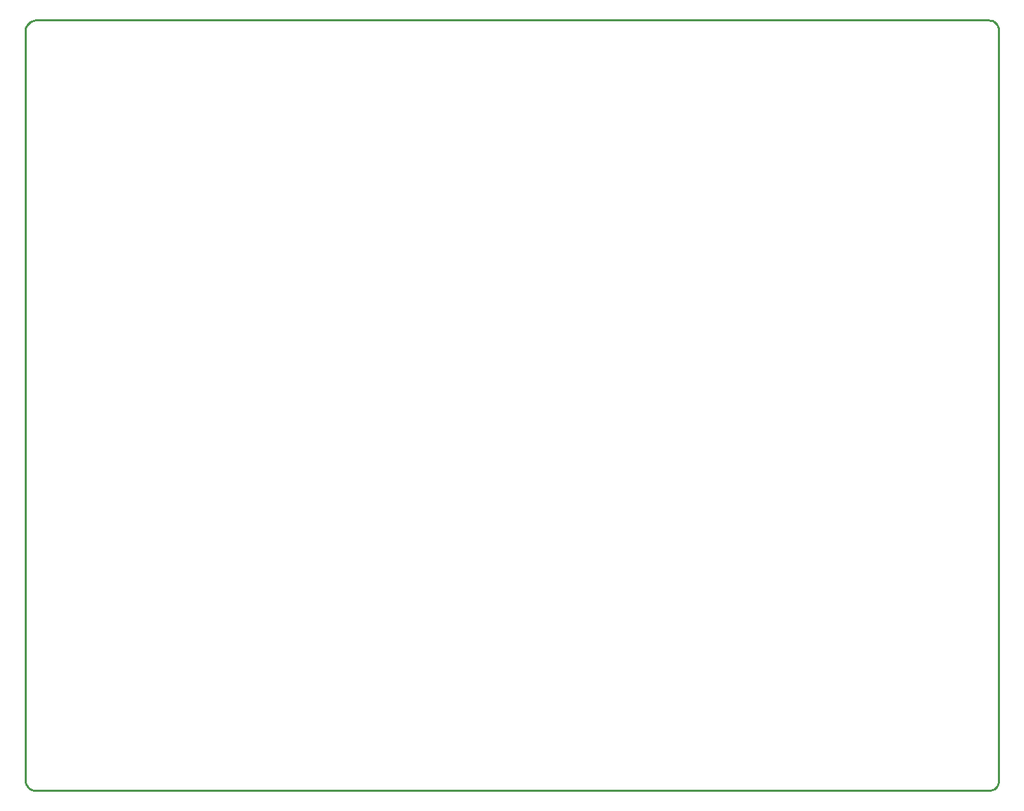
<source format=gko>
%FSLAX44Y44*%
%MOMM*%
G71*
G01*
G75*
G04 Layer_Color=16711935*
%ADD10R,2.1500X3.5000*%
%ADD11R,2.1500X1.1000*%
%ADD12R,2.1500X1.1000*%
%ADD13R,3.0000X3.5000*%
%ADD14R,1.6510X1.6510*%
%ADD15R,5.0000X4.0000*%
%ADD16C,1.0160*%
%ADD17C,0.8890*%
%ADD18C,1.2700*%
%ADD19C,0.7620*%
%ADD20C,1.5240*%
%ADD21C,0.5080*%
%ADD22C,2.4892*%
%ADD23C,5.0038*%
%ADD24R,1.5000X1.5000*%
%ADD25C,1.5000*%
%ADD26R,1.5000X1.5000*%
%ADD27C,1.5240*%
%ADD28C,2.5000*%
%ADD29C,1.5000*%
%ADD30R,1.5000X1.5000*%
%ADD31C,1.2700*%
%ADD32R,1.5000X2.0000*%
%ADD33R,1.6510X1.6510*%
%ADD34R,1.2000X4.0000*%
%ADD35R,5.5000X1.5000*%
%ADD36R,3.0000X5.0000*%
%ADD37R,9.9240X11.0700*%
%ADD38R,1.2000X3.0000*%
%ADD39C,2.5400*%
%ADD40C,2.0320*%
%ADD41C,0.2540*%
D41*
X1156103Y-62750D02*
X1158581Y-62506D01*
X1160963Y-61783D01*
X1163159Y-60610D01*
X1165083Y-59030D01*
X1166663Y-57106D01*
X1167836Y-54910D01*
X1168559Y-52528D01*
X1168803Y-50050D01*
X1168802Y874570D02*
X1168558Y877048D01*
X1167836Y879430D01*
X1166662Y881626D01*
X1165083Y883550D01*
X1163158Y885130D01*
X1160963Y886303D01*
X1158580Y887026D01*
X1156102Y887270D01*
X-31197Y-49900D02*
X-30953Y-52378D01*
X-30230Y-54760D01*
X-29057Y-56956D01*
X-27477Y-58880D01*
X-25553Y-60460D01*
X-23357Y-61633D01*
X-20975Y-62356D01*
X-18497Y-62600D01*
X-18347Y887210D02*
X-20825Y886966D01*
X-23207Y886243D01*
X-25403Y885070D01*
X-27327Y883490D01*
X-28907Y881566D01*
X-30080Y879370D01*
X-30803Y876988D01*
X-31047Y874510D01*
X-18497Y-62750D02*
X1155745D01*
X1013803D02*
X1103803D01*
X1168803Y-52750D02*
Y866278D01*
X-18457Y887250D02*
X1155491D01*
X-31197Y-50050D02*
Y874510D01*
X1168802Y866277D02*
Y874570D01*
M02*

</source>
